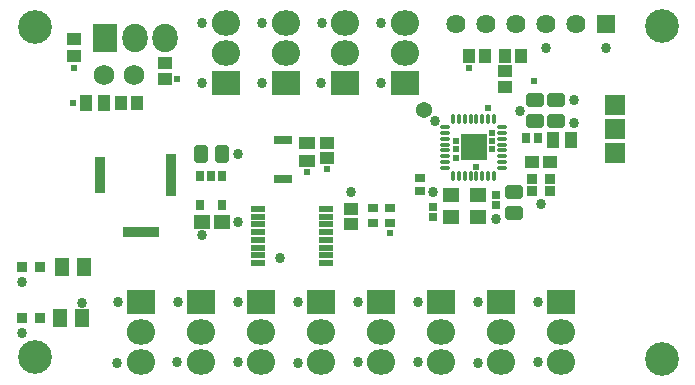
<source format=gts>
G04 Layer_Color=20142*
%FSAX24Y24*%
%MOIN*%
G70*
G01*
G75*
%ADD66R,0.0473X0.0394*%
G04:AMPARAMS|DCode=67|XSize=44mil|YSize=59mil|CornerRadius=7mil|HoleSize=0mil|Usage=FLASHONLY|Rotation=0.000|XOffset=0mil|YOffset=0mil|HoleType=Round|Shape=RoundedRectangle|*
%AMROUNDEDRECTD67*
21,1,0.0440,0.0450,0,0,0.0*
21,1,0.0300,0.0590,0,0,0.0*
1,1,0.0140,0.0150,-0.0225*
1,1,0.0140,-0.0150,-0.0225*
1,1,0.0140,-0.0150,0.0225*
1,1,0.0140,0.0150,0.0225*
%
%ADD67ROUNDEDRECTD67*%
%ADD68R,0.0453X0.0611*%
%ADD69R,0.0532X0.0473*%
%ADD70R,0.0323X0.0339*%
%ADD71R,0.0453X0.0394*%
%ADD72R,0.0394X0.0453*%
%ADD73R,0.0512X0.0197*%
%ADD74R,0.0308X0.0371*%
%ADD75R,0.0453X0.0434*%
%ADD76R,0.0631X0.0257*%
%ADD77R,0.0355X0.0355*%
%ADD78R,0.0355X0.0355*%
%ADD79O,0.0335X0.0138*%
%ADD80O,0.0138X0.0335*%
%ADD81R,0.0886X0.0886*%
G04:AMPARAMS|DCode=82|XSize=44mil|YSize=59mil|CornerRadius=7mil|HoleSize=0mil|Usage=FLASHONLY|Rotation=270.000|XOffset=0mil|YOffset=0mil|HoleType=Round|Shape=RoundedRectangle|*
%AMROUNDEDRECTD82*
21,1,0.0440,0.0450,0,0,270.0*
21,1,0.0300,0.0590,0,0,270.0*
1,1,0.0140,-0.0225,-0.0150*
1,1,0.0140,-0.0225,0.0150*
1,1,0.0140,0.0225,0.0150*
1,1,0.0140,0.0225,-0.0150*
%
%ADD82ROUNDEDRECTD82*%
%ADD83R,0.0434X0.0552*%
%ADD84R,0.0276X0.0375*%
%ADD85R,0.0552X0.0453*%
%ADD86R,0.0292X0.0308*%
%ADD87R,0.0552X0.0434*%
%ADD88R,0.0690X0.0690*%
%ADD89R,0.0375X0.0316*%
%ADD90R,0.0355X0.1221*%
%ADD91R,0.1221X0.0355*%
%ADD92R,0.0355X0.1418*%
%ADD93O,0.0940X0.0840*%
%ADD94R,0.0940X0.0840*%
%ADD95C,0.0640*%
%ADD96R,0.0640X0.0640*%
%ADD97C,0.0690*%
%ADD98O,0.0840X0.0940*%
%ADD99R,0.0840X0.0940*%
%ADD100C,0.1123*%
%ADD101C,0.0240*%
%ADD102C,0.0540*%
%ADD103C,0.0340*%
D66*
X016020Y042125D02*
D03*
Y041535D02*
D03*
D67*
X020950Y038270D02*
D03*
X020250D02*
D03*
D68*
X016304Y032800D02*
D03*
X015576D02*
D03*
X016354Y034500D02*
D03*
X015626D02*
D03*
D69*
X020305Y036020D02*
D03*
X020975D02*
D03*
D70*
X031905Y037057D02*
D03*
Y037443D02*
D03*
X031305Y037057D02*
D03*
Y037443D02*
D03*
D71*
X024450Y038134D02*
D03*
Y038666D02*
D03*
X025250Y035934D02*
D03*
Y036466D02*
D03*
X019070Y040774D02*
D03*
Y041306D02*
D03*
X030390Y041036D02*
D03*
Y040504D02*
D03*
D72*
X018116Y039970D02*
D03*
X017584D02*
D03*
X030394Y041540D02*
D03*
X030926D02*
D03*
X029214Y041550D02*
D03*
X029746D02*
D03*
D73*
X022178Y036446D02*
D03*
Y036190D02*
D03*
Y035934D02*
D03*
Y035678D02*
D03*
Y035422D02*
D03*
Y035166D02*
D03*
Y034910D02*
D03*
Y034654D02*
D03*
X024422Y036446D02*
D03*
Y036190D02*
D03*
Y035934D02*
D03*
Y035678D02*
D03*
Y035422D02*
D03*
Y035166D02*
D03*
Y034910D02*
D03*
Y034654D02*
D03*
D74*
X031513Y038800D02*
D03*
X031087D02*
D03*
D75*
X031895Y038000D02*
D03*
X031305D02*
D03*
D76*
X023000Y038740D02*
D03*
Y037460D02*
D03*
D77*
X014295Y032800D02*
D03*
X014885D02*
D03*
D78*
X014295Y034500D02*
D03*
X014885D02*
D03*
D79*
X030305Y037811D02*
D03*
Y038008D02*
D03*
Y038205D02*
D03*
Y038402D02*
D03*
Y038598D02*
D03*
Y038795D02*
D03*
Y038992D02*
D03*
Y039189D02*
D03*
X028395D02*
D03*
Y038992D02*
D03*
Y038795D02*
D03*
Y038598D02*
D03*
Y038402D02*
D03*
Y038205D02*
D03*
Y038008D02*
D03*
Y037811D02*
D03*
D80*
X030039Y039455D02*
D03*
X029842D02*
D03*
X029645D02*
D03*
X029448D02*
D03*
X029252D02*
D03*
X029055D02*
D03*
X028858D02*
D03*
X028661D02*
D03*
Y037545D02*
D03*
X028858D02*
D03*
X029055D02*
D03*
X029252D02*
D03*
X029448D02*
D03*
X029645D02*
D03*
X029842D02*
D03*
X030039D02*
D03*
D81*
X029350Y038500D02*
D03*
D82*
X031410Y040080D02*
D03*
Y039380D02*
D03*
X032110Y040080D02*
D03*
Y039380D02*
D03*
X030710Y036310D02*
D03*
Y037010D02*
D03*
D83*
X032595Y038750D02*
D03*
X032005D02*
D03*
X016445Y039980D02*
D03*
X017035D02*
D03*
D84*
X020974Y037542D02*
D03*
X020600D02*
D03*
X020226D02*
D03*
Y036598D02*
D03*
X020974D02*
D03*
D85*
X029511Y036191D02*
D03*
X028605D02*
D03*
Y036919D02*
D03*
X029511D02*
D03*
D86*
X028008Y036181D02*
D03*
Y036528D02*
D03*
X030108Y036928D02*
D03*
Y036581D02*
D03*
D87*
X023800Y038055D02*
D03*
Y038645D02*
D03*
D88*
X034080Y039120D02*
D03*
Y038320D02*
D03*
Y039920D02*
D03*
D89*
X027560Y037486D02*
D03*
Y037034D02*
D03*
X026580Y036476D02*
D03*
Y035984D02*
D03*
X026010Y035994D02*
D03*
Y036486D02*
D03*
D90*
X016888Y037570D02*
D03*
D91*
X018266Y035680D02*
D03*
D92*
X019250Y037570D02*
D03*
D93*
X021100Y042650D02*
D03*
Y041650D02*
D03*
X023083Y042650D02*
D03*
Y041650D02*
D03*
X025067Y042650D02*
D03*
Y041650D02*
D03*
X027050Y042650D02*
D03*
Y041650D02*
D03*
X032270Y031350D02*
D03*
Y032350D02*
D03*
X030270Y031350D02*
D03*
Y032350D02*
D03*
X028270Y031350D02*
D03*
Y032350D02*
D03*
X026270Y031350D02*
D03*
Y032350D02*
D03*
X024270Y031350D02*
D03*
Y032350D02*
D03*
X022270Y031350D02*
D03*
Y032350D02*
D03*
X020270Y031350D02*
D03*
Y032350D02*
D03*
X018270Y031350D02*
D03*
Y032350D02*
D03*
D94*
X021100Y040650D02*
D03*
X023083D02*
D03*
X025067D02*
D03*
X027050D02*
D03*
X032270Y033350D02*
D03*
X030270D02*
D03*
X028270D02*
D03*
X026270D02*
D03*
X024270D02*
D03*
X022270D02*
D03*
X020270D02*
D03*
X018270D02*
D03*
D95*
X028750Y042600D02*
D03*
X029750D02*
D03*
X030750D02*
D03*
X031750D02*
D03*
X032750D02*
D03*
D96*
X033750D02*
D03*
D97*
X018040Y040910D02*
D03*
X017040D02*
D03*
D98*
X019060Y042140D02*
D03*
X018060D02*
D03*
D99*
X017060D02*
D03*
D100*
X035640Y042550D02*
D03*
Y031450D02*
D03*
X014730Y031500D02*
D03*
Y042500D02*
D03*
D101*
X016030Y041150D02*
D03*
X024450Y037770D02*
D03*
X023800Y037670D02*
D03*
X019470Y040770D02*
D03*
X016010Y039980D02*
D03*
X026580Y035650D02*
D03*
X031380Y040730D02*
D03*
X029210Y041150D02*
D03*
X029960Y038720D02*
D03*
X029448Y037852D02*
D03*
X029830Y039820D02*
D03*
X028750Y038160D02*
D03*
Y038440D02*
D03*
Y038720D02*
D03*
X029960Y038990D02*
D03*
Y038450D02*
D03*
D102*
X027700Y039760D02*
D03*
D103*
X016304Y033314D02*
D03*
X020310Y035570D02*
D03*
X028008Y037005D02*
D03*
X028060Y039390D02*
D03*
X030910Y039730D02*
D03*
X022290Y042640D02*
D03*
X020310D02*
D03*
X024283Y042660D02*
D03*
X026270D02*
D03*
X026260Y040650D02*
D03*
X024273D02*
D03*
X022290D02*
D03*
X020300D02*
D03*
X032700Y040080D02*
D03*
X031605Y036600D02*
D03*
X014290Y034000D02*
D03*
Y032300D02*
D03*
X030108Y036105D02*
D03*
X031750Y041800D02*
D03*
X021500Y038270D02*
D03*
Y036020D02*
D03*
X025250Y037000D02*
D03*
X017483Y033340D02*
D03*
X019483Y033350D02*
D03*
X021486D02*
D03*
X023489D02*
D03*
X025491D02*
D03*
X027494D02*
D03*
X029497D02*
D03*
X031500D02*
D03*
X021483Y031340D02*
D03*
X019480D02*
D03*
X017480Y031330D02*
D03*
X027493Y031340D02*
D03*
X025490D02*
D03*
X023490Y031330D02*
D03*
X031490Y031340D02*
D03*
X029490Y031330D02*
D03*
X022899Y034820D02*
D03*
X033750Y041800D02*
D03*
X032710Y039320D02*
D03*
M02*

</source>
